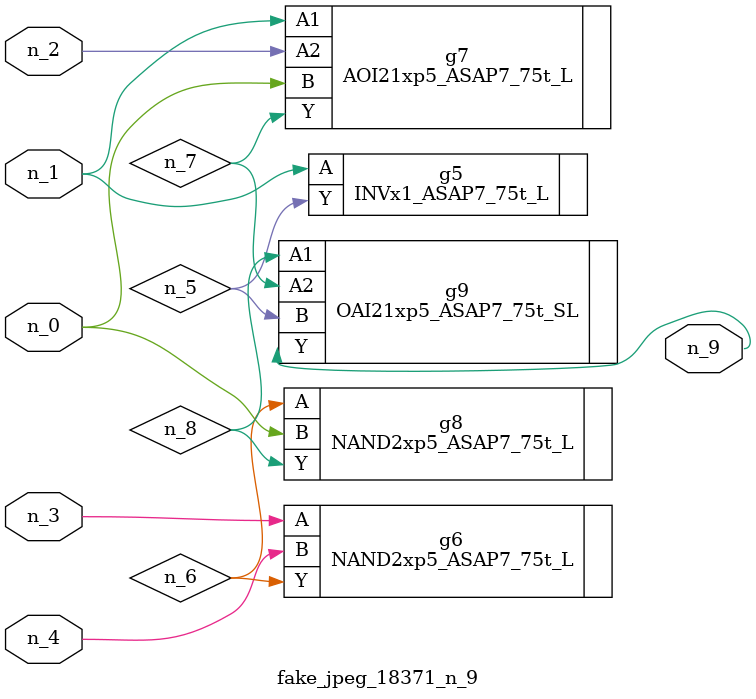
<source format=v>
module fake_jpeg_18371_n_9 (n_3, n_2, n_1, n_0, n_4, n_9);

input n_3;
input n_2;
input n_1;
input n_0;
input n_4;

output n_9;

wire n_8;
wire n_6;
wire n_5;
wire n_7;

INVx1_ASAP7_75t_L g5 ( 
.A(n_1),
.Y(n_5)
);

NAND2xp5_ASAP7_75t_L g6 ( 
.A(n_3),
.B(n_4),
.Y(n_6)
);

AOI21xp5_ASAP7_75t_L g7 ( 
.A1(n_1),
.A2(n_2),
.B(n_0),
.Y(n_7)
);

NAND2xp5_ASAP7_75t_L g8 ( 
.A(n_6),
.B(n_0),
.Y(n_8)
);

OAI21xp5_ASAP7_75t_SL g9 ( 
.A1(n_8),
.A2(n_7),
.B(n_5),
.Y(n_9)
);


endmodule
</source>
